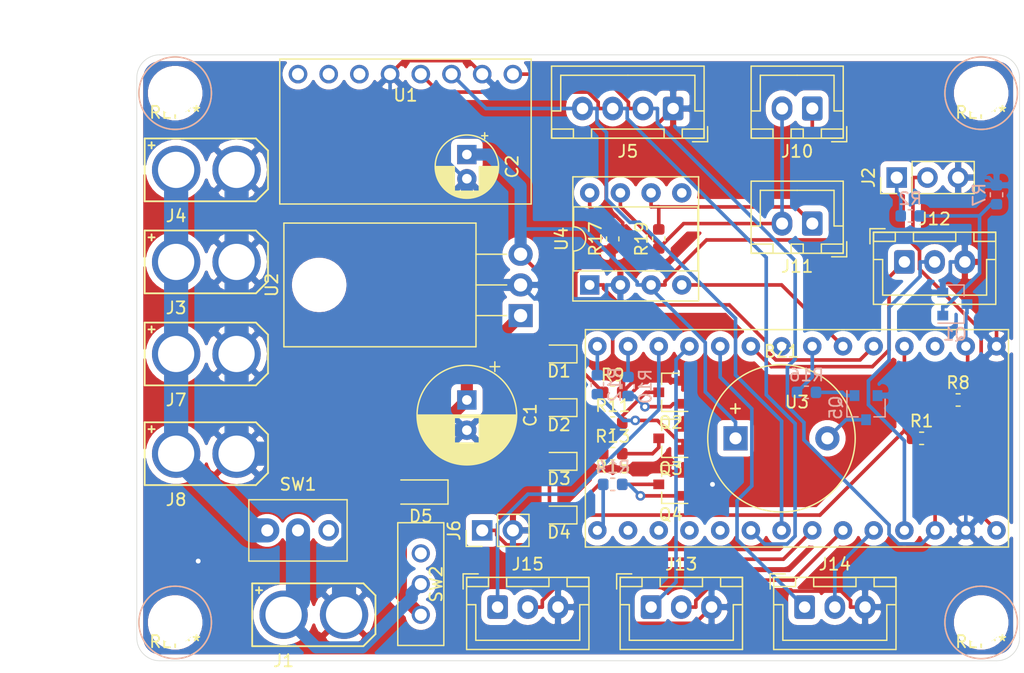
<source format=kicad_pcb>
(kicad_pcb (version 20171130) (host pcbnew "(5.1.2)-2")
  (layers (0 F.Cu signal) (31 B.Cu signal) (34 B.Paste user) (35 F.Paste user) (36 B.SilkS user) (37 F.SilkS user) (38 B.Mask user) (39 F.Mask user) (44 Edge.Cuts user))
  (net 0 "")
  (net 1 "Net-(BZ1-Pad2)")
  (net 2 +5V)
  (net 3 GND)
  (net 4 +BATT)
  (net 5 "Net-(D1-Pad1)")
  (net 6 "Net-(D2-Pad1)")
  (net 7 "Net-(D3-Pad1)")
  (net 8 "Net-(D4-Pad1)")
  (net 9 "Net-(J1-Pad1)")
  (net 10 "Net-(J2-Pad1)")
  (net 11 +3V3)
  (net 12 /scl)
  (net 13 /sda)
  (net 14 /user_sw)
  (net 15 /pwm1)
  (net 16 /pwm2)
  (net 17 /pwm3)
  (net 18 /pwm4)
  (net 19 /canH)
  (net 20 /canL)
  (net 21 /rx1)
  (net 22 "Net-(Q1-Pad1)")
  (net 23 "Net-(Q2-Pad3)")
  (net 24 "Net-(Q2-Pad1)")
  (net 25 "Net-(Q3-Pad3)")
  (net 26 "Net-(Q3-Pad1)")
  (net 27 "Net-(Q4-Pad3)")
  (net 28 "Net-(Q4-Pad1)")
  (net 29 "Net-(Q5-Pad1)")
  (net 30 /led1)
  (net 31 /led2)
  (net 32 /led3)
  (net 33 /buzzer)
  (net 34 "Net-(SW1-Pad1)")
  (net 35 /canrx)
  (net 36 /cantx)
  (net 37 /tx1)
  (net 38 "Net-(R17-Pad2)")
  (net 39 "Net-(U3-Pad16)")
  (net 40 "Net-(U3-Pad17)")
  (net 41 "Net-(U4-Pad5)")
  (net 42 "Net-(C1-Pad1)")
  (net 43 /dir1)
  (net 44 /dir3)
  (net 45 /dir2)
  (net 46 /dir4)
  (net 47 "Net-(SW2-Pad3)")
  (net 48 "Net-(U1-Pad6)")
  (net 49 "Net-(U1-Pad7)")
  (net 50 "Net-(U1-Pad8)")
  (net 51 "Net-(U3-Pad8)")
  (net 52 "Net-(U3-Pad19)")
  (net 53 "Net-(U3-Pad18)")
  (net 54 "Net-(D5-Pad2)")
  (module Yoshiko:hole (layer F.Cu) (at 27.305 97.155)
    (fp_text reference REF** (at 0 1.6) (layer F.SilkS))
    (fp_text value hole)
    (pad "" np_thru_hole circle (at 0 0) (size 3.5 3.5) (drill 3.5) (layers *.Cu *.Mask))
  )
  (module Yoshiko:hole (layer F.Cu) (at -39.37 97.155)
    (fp_text reference REF** (at 0 1.6) (layer F.SilkS))
    (fp_text value hole)
    (pad "" np_thru_hole circle (at 0 0) (size 3.5 3.5) (drill 3.5) (layers *.Cu *.Mask))
  )
  (module Yoshiko:hole (layer F.Cu) (at 27.305 53.34)
    (fp_text reference REF** (at 0 1.6) (layer F.SilkS))
    (fp_text value hole)
    (pad "" np_thru_hole circle (at 0 0) (size 3.5 3.5) (drill 3.5) (layers *.Cu *.Mask))
  )
  (module Yoshiko:hole (layer F.Cu) (at -39.37 53.34)
    (fp_text reference REF** (at 0 1.6) (layer F.SilkS))
    (fp_text value hole)
    (pad "" np_thru_hole circle (at 0 0) (size 3.5 3.5) (drill 3.5) (layers *.Cu *.Mask))
  )
  (module Buzzer_Beeper:Buzzer_12x9.5RM7.6 (layer F.Cu) (at 6.985 81.915)
    (fp_text reference BZ1 (at 3.8 -7.2) (layer F.SilkS))
    (fp_text value Buzzer)
    (fp_text user + (at -0.01 -2.54) (layer F.SilkS))
    (pad 1 thru_hole rect (at 0 0) (size 2 2) (drill 1) (layers *.Cu *.Mask) (net 2 +5V))
    (pad 2 thru_hole circle (at 7.6 0) (size 2 2) (drill 1) (layers *.Cu *.Mask) (net 1 "Net-(BZ1-Pad2)"))
  )
  (module Capacitor_THT:CP_Radial_D8.0mm_P2.50mm (layer F.Cu) (at -15.24 78.74 270)
    (fp_text reference C1 (at 1.25 -5.25 90) (layer F.SilkS))
    (fp_text value 220u)
    (pad 1 thru_hole rect (at 0 0 270) (size 1.6 1.6) (drill 0.8) (layers *.Cu *.Mask) (net 42 "Net-(C1-Pad1)"))
    (pad 2 thru_hole circle (at 2.5 0 270) (size 1.6 1.6) (drill 0.8) (layers *.Cu *.Mask) (net 3 GND))
  )
  (module Capacitor_THT:CP_Radial_D5.0mm_P2.00mm (layer F.Cu) (at -15.24 58.42 270)
    (fp_text reference C2 (at 1 -3.75 90) (layer F.SilkS))
    (fp_text value 100u)
    (pad 1 thru_hole rect (at 0 0 270) (size 1.6 1.6) (drill 0.8) (layers *.Cu *.Mask) (net 2 +5V))
    (pad 2 thru_hole circle (at 2 0 270) (size 1.6 1.6) (drill 0.8) (layers *.Cu *.Mask) (net 3 GND))
  )
  (module Yoshiko:xt30u-f (layer F.Cu) (at -30.4 96.52)
    (fp_text reference J1 (at 0 3.81) (layer F.SilkS))
    (fp_text value battery)
    (pad 1 thru_hole circle (at 0 0) (size 4 4) (drill 3) (layers *.Cu *.Mask) (net 9 "Net-(J1-Pad1)"))
    (pad 2 thru_hole circle (at 5 0) (size 4 4) (drill 3) (layers *.Cu *.Mask) (net 3 GND))
  )
  (module Yoshiko:xt30u-f (layer F.Cu) (at -39.29 67.31)
    (fp_text reference J3 (at 0 3.81) (layer F.SilkS))
    (fp_text value Conn_01x02)
    (pad 1 thru_hole circle (at 0 0) (size 4 4) (drill 3) (layers *.Cu *.Mask) (net 4 +BATT))
    (pad 2 thru_hole circle (at 5 0) (size 4 4) (drill 3) (layers *.Cu *.Mask) (net 3 GND))
  )
  (module Yoshiko:xt30u-f (layer F.Cu) (at -39.29 59.69)
    (fp_text reference J4 (at 0 3.81) (layer F.SilkS))
    (fp_text value Conn_01x02)
    (pad 2 thru_hole circle (at 5 0) (size 4 4) (drill 3) (layers *.Cu *.Mask) (net 3 GND))
    (pad 1 thru_hole circle (at 0 0) (size 4 4) (drill 3) (layers *.Cu *.Mask) (net 4 +BATT))
  )
  (module Connector_JST:JST_XH_B4B-XH-A_1x04_P2.50mm_Vertical (layer F.Cu) (at 1.825 54.61 180)
    (fp_text reference J5 (at 3.75 -3.55) (layer F.SilkS))
    (fp_text value i2c)
    (pad 1 thru_hole roundrect (at 0 0 180) (size 1.7 1.95) (drill 0.95) (layers *.Cu *.Mask) (roundrect_rratio 0.147059) (net 3 GND))
    (pad 2 thru_hole oval (at 2.5 0 180) (size 1.7 1.95) (drill 0.95) (layers *.Cu *.Mask) (net 11 +3V3))
    (pad 3 thru_hole oval (at 5 0 180) (size 1.7 1.95) (drill 0.95) (layers *.Cu *.Mask) (net 13 /sda))
    (pad 4 thru_hole oval (at 7.5 0 180) (size 1.7 1.95) (drill 0.95) (layers *.Cu *.Mask) (net 12 /scl))
  )
  (module Yoshiko:xt30u-f (layer F.Cu) (at -39.29 74.93)
    (fp_text reference J7 (at 0 3.81) (layer F.SilkS))
    (fp_text value Conn_01x02)
    (pad 1 thru_hole circle (at 0 0) (size 4 4) (drill 3) (layers *.Cu *.Mask) (net 4 +BATT))
    (pad 2 thru_hole circle (at 5 0) (size 4 4) (drill 3) (layers *.Cu *.Mask) (net 3 GND))
  )
  (module Yoshiko:xt30u-f (layer F.Cu) (at -39.29 83.185)
    (fp_text reference J8 (at 0 3.81) (layer F.SilkS))
    (fp_text value Conn_01x02)
    (pad 2 thru_hole circle (at 5 0) (size 4 4) (drill 3) (layers *.Cu *.Mask) (net 3 GND))
    (pad 1 thru_hole circle (at 0 0) (size 4 4) (drill 3) (layers *.Cu *.Mask) (net 4 +BATT))
  )
  (module Connector_JST:JST_XH_B3B-XH-A_1x03_P2.50mm_Vertical (layer F.Cu) (at 20.955 67.31)
    (fp_text reference J12 (at 2.5 -3.55) (layer F.SilkS))
    (fp_text value motor1)
    (pad 3 thru_hole oval (at 5 0) (size 1.7 1.95) (drill 0.95) (layers *.Cu *.Mask) (net 3 GND))
    (pad 2 thru_hole oval (at 2.5 0) (size 1.7 1.95) (drill 0.95) (layers *.Cu *.Mask) (net 15 /pwm1))
    (pad 1 thru_hole roundrect (at 0 0) (size 1.7 1.95) (drill 0.95) (layers *.Cu *.Mask) (roundrect_rratio 0.147059) (net 43 /dir1))
  )
  (module Connector_JST:JST_XH_B3B-XH-A_1x03_P2.50mm_Vertical (layer F.Cu) (at 0 95.885)
    (fp_text reference J13 (at 2.5 -3.55) (layer F.SilkS))
    (fp_text value motor3)
    (pad 1 thru_hole roundrect (at 0 0) (size 1.7 1.95) (drill 0.95) (layers *.Cu *.Mask) (roundrect_rratio 0.147059) (net 44 /dir3))
    (pad 2 thru_hole oval (at 2.5 0) (size 1.7 1.95) (drill 0.95) (layers *.Cu *.Mask) (net 17 /pwm3))
    (pad 3 thru_hole oval (at 5 0) (size 1.7 1.95) (drill 0.95) (layers *.Cu *.Mask) (net 3 GND))
  )
  (module Connector_JST:JST_XH_B3B-XH-A_1x03_P2.50mm_Vertical (layer F.Cu) (at 12.7 95.885)
    (fp_text reference J14 (at 2.5 -3.55) (layer F.SilkS))
    (fp_text value motor2)
    (pad 1 thru_hole roundrect (at 0 0) (size 1.7 1.95) (drill 0.95) (layers *.Cu *.Mask) (roundrect_rratio 0.147059) (net 45 /dir2))
    (pad 2 thru_hole oval (at 2.5 0) (size 1.7 1.95) (drill 0.95) (layers *.Cu *.Mask) (net 16 /pwm2))
    (pad 3 thru_hole oval (at 5 0) (size 1.7 1.95) (drill 0.95) (layers *.Cu *.Mask) (net 3 GND))
  )
  (module Connector_JST:JST_XH_B3B-XH-A_1x03_P2.50mm_Vertical (layer F.Cu) (at -12.7 95.885)
    (fp_text reference J15 (at 2.5 -3.55) (layer F.SilkS))
    (fp_text value motor4)
    (pad 3 thru_hole oval (at 5 0) (size 1.7 1.95) (drill 0.95) (layers *.Cu *.Mask) (net 3 GND))
    (pad 2 thru_hole oval (at 2.5 0) (size 1.7 1.95) (drill 0.95) (layers *.Cu *.Mask) (net 18 /pwm4))
    (pad 1 thru_hole roundrect (at 0 0) (size 1.7 1.95) (drill 0.95) (layers *.Cu *.Mask) (roundrect_rratio 0.147059) (net 46 /dir4))
  )
  (module Yoshiko:toggle (layer F.Cu) (at -29.21 89.535 180)
    (fp_text reference SW1 (at 0 3.81) (layer F.SilkS))
    (fp_text value SW_Push_SPDT)
    (pad 1 thru_hole circle (at -2.54 0 180) (size 1.7 1.7) (drill 1) (layers *.Cu *.Mask) (net 34 "Net-(SW1-Pad1)"))
    (pad 2 thru_hole circle (at 0 0 180) (size 1.7 1.7) (drill 1) (layers *.Cu *.Mask) (net 9 "Net-(J1-Pad1)"))
    (pad 3 thru_hole circle (at 2.54 0 180) (size 1.7 1.7) (drill 1) (layers *.Cu *.Mask) (net 4 +BATT))
  )
  (module Yoshiko:mini_sw (layer F.Cu) (at -19.05 93.98 90)
    (fp_text reference SW2 (at 0 1.27 90) (layer F.SilkS))
    (fp_text value SW_Push_SPDT)
    (pad 1 thru_hole circle (at -2.54 0 90) (size 1.5 1.5) (drill 1) (layers *.Cu *.Mask) (net 54 "Net-(D5-Pad2)"))
    (pad 2 thru_hole circle (at 0 0 90) (size 1.5 1.5) (drill 1) (layers *.Cu *.Mask) (net 9 "Net-(J1-Pad1)"))
    (pad 3 thru_hole circle (at 2.54 0 90) (size 1.5 1.5) (drill 1) (layers *.Cu *.Mask) (net 47 "Net-(SW2-Pad3)"))
  )
  (module Yoshiko:BNO055 (layer F.Cu) (at -20.32 56.515 180)
    (fp_text reference U1 (at 0 3) (layer F.SilkS))
    (fp_text value BNO055)
    (pad 1 thru_hole circle (at -8.89 4.75 180) (size 1.54 1.54) (drill 1) (layers *.Cu *.Mask) (net 11 +3V3))
    (pad 2 thru_hole circle (at -6.35 4.75 180) (size 1.54 1.54) (drill 1) (layers *.Cu *.Mask) (net 3 GND))
    (pad 3 thru_hole circle (at -3.81 4.75 180) (size 1.54 1.54) (drill 1) (layers *.Cu *.Mask) (net 12 /scl))
    (pad 4 thru_hole circle (at -1.27 4.75 180) (size 1.54 1.54) (drill 1) (layers *.Cu *.Mask) (net 13 /sda))
    (pad 5 thru_hole circle (at 1.27 4.75 180) (size 1.54 1.54) (drill 1) (layers *.Cu *.Mask) (net 3 GND))
    (pad 6 thru_hole circle (at 3.81 4.75 180) (size 1.54 1.54) (drill 1) (layers *.Cu *.Mask) (net 48 "Net-(U1-Pad6)"))
    (pad 7 thru_hole circle (at 6.35 4.75 180) (size 1.54 1.54) (drill 1) (layers *.Cu *.Mask) (net 49 "Net-(U1-Pad7)"))
    (pad 8 thru_hole circle (at 8.89 4.75 180) (size 1.54 1.54) (drill 1) (layers *.Cu *.Mask) (net 50 "Net-(U1-Pad8)"))
  )
  (module Package_TO_SOT_THT:TO-220-3_Horizontal_TabDown (layer F.Cu) (at -10.795 71.755 90)
    (fp_text reference U2 (at 2.54 -20.58 90) (layer F.SilkS))
    (fp_text value L7805)
    (pad "" np_thru_hole oval (at 2.54 -16.66 90) (size 3.5 3.5) (drill 3.5) (layers *.Cu *.Mask))
    (pad 1 thru_hole rect (at 0 0 90) (size 1.905 2) (drill 1.1) (layers *.Cu *.Mask) (net 42 "Net-(C1-Pad1)"))
    (pad 2 thru_hole oval (at 2.54 0 90) (size 1.905 2) (drill 1.1) (layers *.Cu *.Mask) (net 3 GND))
    (pad 3 thru_hole oval (at 5.08 0 90) (size 1.905 2) (drill 1.1) (layers *.Cu *.Mask) (net 2 +5V))
  )
  (module Yoshiko:teensy3.2 (layer F.Cu) (at 12.065 81.915 180)
    (fp_text reference U3 (at 0 3) (layer F.SilkS))
    (fp_text value teensy3.2)
    (pad 1 thru_hole circle (at -16.51 7.62 180) (size 1.524 1.524) (drill 0.762) (layers *.Cu *.Mask) (net 3 GND))
    (pad 2 thru_hole circle (at -13.97 7.62 180) (size 1.524 1.524) (drill 0.762) (layers *.Cu *.Mask) (net 21 /rx1))
    (pad 3 thru_hole circle (at -11.43 7.62 180) (size 1.524 1.524) (drill 0.762) (layers *.Cu *.Mask) (net 37 /tx1))
    (pad 4 thru_hole circle (at -8.89 7.62 180) (size 1.524 1.524) (drill 0.762) (layers *.Cu *.Mask) (net 14 /user_sw))
    (pad 5 thru_hole circle (at -6.35 7.62 180) (size 1.524 1.524) (drill 0.762) (layers *.Cu *.Mask) (net 36 /cantx))
    (pad 6 thru_hole circle (at -3.81 7.62 180) (size 1.524 1.524) (drill 0.762) (layers *.Cu *.Mask) (net 35 /canrx))
    (pad 7 thru_hole circle (at -1.27 7.62 180) (size 1.524 1.524) (drill 0.762) (layers *.Cu *.Mask) (net 33 /buzzer))
    (pad 8 thru_hole circle (at 1.27 7.62 180) (size 1.524 1.524) (drill 0.762) (layers *.Cu *.Mask) (net 51 "Net-(U3-Pad8)"))
    (pad 9 thru_hole circle (at 3.81 7.62 180) (size 1.524 1.524) (drill 0.762) (layers *.Cu *.Mask) (net 43 /dir1))
    (pad 10 thru_hole circle (at 6.35 7.62 180) (size 1.524 1.524) (drill 0.762) (layers *.Cu *.Mask) (net 45 /dir2))
    (pad 11 thru_hole circle (at 8.89 7.62 180) (size 1.524 1.524) (drill 0.762) (layers *.Cu *.Mask) (net 44 /dir3))
    (pad 12 thru_hole circle (at 11.43 7.62 180) (size 1.524 1.524) (drill 0.762) (layers *.Cu *.Mask) (net 46 /dir4))
    (pad 13 thru_hole circle (at 13.97 7.62 180) (size 1.524 1.524) (drill 0.762) (layers *.Cu *.Mask) (net 30 /led1))
    (pad 14 thru_hole circle (at 16.51 7.62 180) (size 1.524 1.524) (drill 0.762) (layers *.Cu *.Mask) (net 31 /led2))
    (pad 15 thru_hole circle (at 16.51 -7.62 180) (size 1.524 1.524) (drill 0.762) (layers *.Cu *.Mask) (net 32 /led3))
    (pad 16 thru_hole circle (at 13.97 -7.62 180) (size 1.524 1.524) (drill 0.762) (layers *.Cu *.Mask) (net 39 "Net-(U3-Pad16)"))
    (pad 17 thru_hole circle (at 11.43 -7.62 180) (size 1.524 1.524) (drill 0.762) (layers *.Cu *.Mask) (net 40 "Net-(U3-Pad17)"))
    (pad 18 thru_hole circle (at 8.89 -7.62 180) (size 1.524 1.524) (drill 0.762) (layers *.Cu *.Mask) (net 53 "Net-(U3-Pad18)"))
    (pad 19 thru_hole circle (at 6.35 -7.62 180) (size 1.524 1.524) (drill 0.762) (layers *.Cu *.Mask) (net 52 "Net-(U3-Pad19)"))
    (pad 20 thru_hole circle (at 3.81 -7.62 180) (size 1.524 1.524) (drill 0.762) (layers *.Cu *.Mask) (net 13 /sda))
    (pad 21 thru_hole circle (at 1.27 -7.62 180) (size 1.524 1.524) (drill 0.762) (layers *.Cu *.Mask) (net 12 /scl))
    (pad 22 thru_hole circle (at -1.27 -7.62 180) (size 1.524 1.524) (drill 0.762) (layers *.Cu *.Mask) (net 18 /pwm4))
    (pad 23 thru_hole circle (at -3.81 -7.62 180) (size 1.524 1.524) (drill 0.762) (layers *.Cu *.Mask) (net 17 /pwm3))
    (pad 24 thru_hole circle (at -6.35 -7.62 180) (size 1.524 1.524) (drill 0.762) (layers *.Cu *.Mask) (net 16 /pwm2))
    (pad 25 thru_hole circle (at -8.89 -7.62 180) (size 1.524 1.524) (drill 0.762) (layers *.Cu *.Mask) (net 15 /pwm1))
    (pad 26 thru_hole circle (at -11.43 -7.62 180) (size 1.524 1.524) (drill 0.762) (layers *.Cu *.Mask) (net 11 +3V3))
    (pad 27 thru_hole circle (at -13.97 -7.62 180) (size 1.524 1.524) (drill 0.762) (layers *.Cu *.Mask) (net 3 GND))
    (pad 28 thru_hole circle (at -16.51 -7.62 180) (size 1.524 1.524) (drill 0.762) (layers *.Cu *.Mask) (net 2 +5V))
  )
  (module Package_DIP:DIP-8_W7.62mm_Socket (layer F.Cu) (at -5.08 69.215 90)
    (fp_text reference U4 (at 3.81 -2.33 90) (layer F.SilkS))
    (fp_text value MCP2551-I-P)
    (pad 1 thru_hole rect (at 0 0 90) (size 1.6 1.6) (drill 0.8) (layers *.Cu *.Mask) (net 36 /cantx))
    (pad 5 thru_hole oval (at 7.62 7.62 90) (size 1.6 1.6) (drill 0.8) (layers *.Cu *.Mask) (net 41 "Net-(U4-Pad5)"))
    (pad 2 thru_hole oval (at 0 2.54 90) (size 1.6 1.6) (drill 0.8) (layers *.Cu *.Mask) (net 3 GND))
    (pad 6 thru_hole oval (at 7.62 5.08 90) (size 1.6 1.6) (drill 0.8) (layers *.Cu *.Mask) (net 20 /canL))
    (pad 3 thru_hole oval (at 0 5.08 90) (size 1.6 1.6) (drill 0.8) (layers *.Cu *.Mask) (net 2 +5V))
    (pad 7 thru_hole oval (at 7.62 2.54 90) (size 1.6 1.6) (drill 0.8) (layers *.Cu *.Mask) (net 19 /canH))
    (pad 4 thru_hole oval (at 0 7.62 90) (size 1.6 1.6) (drill 0.8) (layers *.Cu *.Mask) (net 35 /canrx))
    (pad 8 thru_hole oval (at 7.62 0 90) (size 1.6 1.6) (drill 0.8) (layers *.Cu *.Mask) (net 38 "Net-(R17-Pad2)"))
  )
  (module LED_SMD:LED_0603_1608Metric (layer F.Cu) (at -7.62 74.93 180)
    (fp_text reference D1 (at 0 -1.43) (layer F.SilkS))
    (fp_text value LED_power)
    (pad 1 smd roundrect (at -0.7875 0 180) (size 0.875 0.95) (layers F.Cu F.Paste F.Mask) (net 5 "Net-(D1-Pad1)"))
    (pad 2 smd roundrect (at 0.7875 0 180) (size 0.875 0.95) (layers F.Cu F.Paste F.Mask) (net 2 +5V))
  )
  (module LED_SMD:LED_0603_1608Metric (layer F.Cu) (at -7.62 79.375 180)
    (fp_text reference D2 (at 0 -1.43) (layer F.SilkS))
    (fp_text value LED1)
    (pad 2 smd roundrect (at 0.7875 0 180) (size 0.875 0.95) (layers F.Cu F.Paste F.Mask) (net 2 +5V))
    (pad 1 smd roundrect (at -0.7875 0 180) (size 0.875 0.95) (layers F.Cu F.Paste F.Mask) (net 6 "Net-(D2-Pad1)"))
  )
  (module LED_SMD:LED_0603_1608Metric (layer F.Cu) (at -7.62 83.82 180)
    (fp_text reference D3 (at 0 -1.43) (layer F.SilkS))
    (fp_text value LED2)
    (pad 2 smd roundrect (at 0.7875 0 180) (size 0.875 0.95) (layers F.Cu F.Paste F.Mask) (net 2 +5V))
    (pad 1 smd roundrect (at -0.7875 0 180) (size 0.875 0.95) (layers F.Cu F.Paste F.Mask) (net 7 "Net-(D3-Pad1)"))
  )
  (module LED_SMD:LED_0603_1608Metric (layer F.Cu) (at -7.62 88.265 180)
    (fp_text reference D4 (at 0 -1.43) (layer F.SilkS))
    (fp_text value LED3)
    (pad 1 smd roundrect (at -0.7875 0 180) (size 0.875 0.95) (layers F.Cu F.Paste F.Mask) (net 8 "Net-(D4-Pad1)"))
    (pad 2 smd roundrect (at 0.7875 0 180) (size 0.875 0.95) (layers F.Cu F.Paste F.Mask) (net 2 +5V))
  )
  (module Diode_SMD:D_SOD-123 (layer F.Cu) (at -19.05 86.36 180)
    (fp_text reference D5 (at 0 -2) (layer F.SilkS))
    (fp_text value 1N4148W)
    (pad 1 smd rect (at -1.65 0 180) (size 0.9 1.2) (layers F.Cu F.Paste F.Mask) (net 42 "Net-(C1-Pad1)"))
    (pad 2 smd rect (at 1.65 0 180) (size 0.9 1.2) (layers F.Cu F.Paste F.Mask) (net 54 "Net-(D5-Pad2)"))
  )
  (module Connector_PinHeader_2.54mm:PinHeader_1x02_P2.54mm_Vertical (layer F.Cu) (at -13.97 89.535 90)
    (fp_text reference J6 (at 0 -2.33 90) (layer F.SilkS))
    (fp_text value user_sw)
    (pad 1 thru_hole rect (at 0 0 90) (size 1.7 1.7) (drill 1) (layers *.Cu *.Mask) (net 14 /user_sw))
    (pad 2 thru_hole oval (at 0 2.54 90) (size 1.7 1.7) (drill 1) (layers *.Cu *.Mask) (net 3 GND))
  )
  (module Connector_JST:JST_XH_B2B-XH-A_1x02_P2.50mm_Vertical (layer F.Cu) (at 13.335 54.61 180)
    (fp_text reference J10 (at 1.25 -3.55) (layer F.SilkS))
    (fp_text value can1)
    (pad 1 thru_hole roundrect (at 0 0 180) (size 1.7 2) (drill 1) (layers *.Cu *.Mask) (roundrect_rratio 0.147059) (net 20 /canL))
    (pad 2 thru_hole oval (at 2.5 0 180) (size 1.7 2) (drill 1) (layers *.Cu *.Mask) (net 19 /canH))
  )
  (module Connector_JST:JST_XH_B2B-XH-A_1x02_P2.50mm_Vertical (layer F.Cu) (at 13.335 64.135 180)
    (fp_text reference J11 (at 1.25 -3.55) (layer F.SilkS))
    (fp_text value can2)
    (pad 2 thru_hole oval (at 2.5 0 180) (size 1.7 2) (drill 1) (layers *.Cu *.Mask) (net 19 /canH))
    (pad 1 thru_hole roundrect (at 0 0 180) (size 1.7 2) (drill 1) (layers *.Cu *.Mask) (roundrect_rratio 0.147059) (net 20 /canL))
  )
  (module Package_TO_SOT_SMD:SOT-23 (layer B.Cu) (at 25.13 70.8)
    (fp_text reference Q1 (at 0 2.5) (layer B.SilkS) (effects (justify mirror)))
    (fp_text value BSS138)
    (pad 3 smd rect (at 1 0) (size 0.9 0.8) (layers B.Cu B.Paste B.Mask) (net 21 /rx1))
    (pad 2 smd rect (at -1 -0.95) (size 0.9 0.8) (layers B.Cu B.Paste B.Mask) (net 3 GND))
    (pad 1 smd rect (at -1 0.95) (size 0.9 0.8) (layers B.Cu B.Paste B.Mask) (net 22 "Net-(Q1-Pad1)"))
  )
  (module Package_TO_SOT_SMD:SOT-23 (layer F.Cu) (at 1.635 78.105 180)
    (fp_text reference Q2 (at 0 -2.5) (layer F.SilkS))
    (fp_text value BSS138)
    (pad 1 smd rect (at -1 -0.95 180) (size 0.9 0.8) (layers F.Cu F.Paste F.Mask) (net 24 "Net-(Q2-Pad1)"))
    (pad 2 smd rect (at -1 0.95 180) (size 0.9 0.8) (layers F.Cu F.Paste F.Mask) (net 3 GND))
    (pad 3 smd rect (at 1 0 180) (size 0.9 0.8) (layers F.Cu F.Paste F.Mask) (net 23 "Net-(Q2-Pad3)"))
  )
  (module Package_TO_SOT_SMD:SOT-23 (layer F.Cu) (at 1.635 81.915 180)
    (fp_text reference Q3 (at 0 -2.5) (layer F.SilkS))
    (fp_text value BSS138)
    (pad 3 smd rect (at 1 0 180) (size 0.9 0.8) (layers F.Cu F.Paste F.Mask) (net 25 "Net-(Q3-Pad3)"))
    (pad 2 smd rect (at -1 0.95 180) (size 0.9 0.8) (layers F.Cu F.Paste F.Mask) (net 3 GND))
    (pad 1 smd rect (at -1 -0.95 180) (size 0.9 0.8) (layers F.Cu F.Paste F.Mask) (net 26 "Net-(Q3-Pad1)"))
  )
  (module Package_TO_SOT_SMD:SOT-23 (layer F.Cu) (at 1.635 85.725 180)
    (fp_text reference Q4 (at 0 -2.5) (layer F.SilkS))
    (fp_text value BSS138)
    (pad 1 smd rect (at -1 -0.95 180) (size 0.9 0.8) (layers F.Cu F.Paste F.Mask) (net 28 "Net-(Q4-Pad1)"))
    (pad 2 smd rect (at -1 0.95 180) (size 0.9 0.8) (layers F.Cu F.Paste F.Mask) (net 3 GND))
    (pad 3 smd rect (at 1 0 180) (size 0.9 0.8) (layers F.Cu F.Paste F.Mask) (net 27 "Net-(Q4-Pad3)"))
  )
  (module Package_TO_SOT_SMD:SOT-23 (layer B.Cu) (at 17.78 79.375 270)
    (fp_text reference Q5 (at 0 2.5 90) (layer B.SilkS) (effects (justify mirror)))
    (fp_text value BSS138)
    (pad 1 smd rect (at -1 0.95 270) (size 0.9 0.8) (layers B.Cu B.Paste B.Mask) (net 29 "Net-(Q5-Pad1)"))
    (pad 2 smd rect (at -1 -0.95 270) (size 0.9 0.8) (layers B.Cu B.Paste B.Mask) (net 3 GND))
    (pad 3 smd rect (at 1 0 270) (size 0.9 0.8) (layers B.Cu B.Paste B.Mask) (net 1 "Net-(BZ1-Pad2)"))
  )
  (module Resistor_SMD:R_0603_1608Metric (layer F.Cu) (at 22.3775 81.915)
    (fp_text reference R1 (at 0 -1.43) (layer F.SilkS))
    (fp_text value 10k)
    (pad 1 smd roundrect (at -0.7875 0) (size 0.875 0.95) (layers F.Cu F.Paste F.Mask) (net 14 /user_sw))
    (pad 2 smd roundrect (at 0.7875 0) (size 0.875 0.95) (layers F.Cu F.Paste F.Mask) (net 11 +3V3))
  )
  (module Resistor_SMD:R_0603_1608Metric (layer B.Cu) (at 21.4375 63.5 180)
    (fp_text reference R2 (at 0 1.43) (layer B.SilkS) (effects (justify mirror)))
    (fp_text value 1k)
    (pad 2 smd roundrect (at 0.7875 0 180) (size 0.875 0.95) (layers B.Cu B.Paste B.Mask) (net 10 "Net-(J2-Pad1)"))
    (pad 1 smd roundrect (at -0.7875 0 180) (size 0.875 0.95) (layers B.Cu B.Paste B.Mask) (net 22 "Net-(Q1-Pad1)"))
  )
  (module Resistor_SMD:R_0603_1608Metric (layer B.Cu) (at 28.575 61.7475 270)
    (fp_text reference R7 (at 0 1.43 90) (layer B.SilkS) (effects (justify mirror)))
    (fp_text value 10k)
    (pad 2 smd roundrect (at 0.7875 0 270) (size 0.875 0.95) (layers B.Cu B.Paste B.Mask) (net 22 "Net-(Q1-Pad1)"))
    (pad 1 smd roundrect (at -0.7875 0 270) (size 0.875 0.95) (layers B.Cu B.Paste B.Mask) (net 3 GND))
  )
  (module Resistor_SMD:R_0603_1608Metric (layer F.Cu) (at 25.4 78.74)
    (fp_text reference R8 (at 0 -1.43) (layer F.SilkS))
    (fp_text value 4k7)
    (pad 1 smd roundrect (at -0.7875 0) (size 0.875 0.95) (layers F.Cu F.Paste F.Mask) (net 11 +3V3))
    (pad 2 smd roundrect (at 0.7875 0) (size 0.875 0.95) (layers F.Cu F.Paste F.Mask) (net 21 /rx1))
  )
  (module Resistor_SMD:R_0603_1608Metric (layer F.Cu) (at -3.175 78.105)
    (fp_text reference R9 (at 0 -1.43) (layer F.SilkS))
    (fp_text value 100)
    (pad 2 smd roundrect (at 0.7875 0) (size 0.875 0.95) (layers F.Cu F.Paste F.Mask) (net 3 GND))
    (pad 1 smd roundrect (at -0.7875 0) (size 0.875 0.95) (layers F.Cu F.Paste F.Mask) (net 5 "Net-(D1-Pad1)"))
  )
  (module Resistor_SMD:R_0603_1608Metric (layer B.Cu) (at -1.905 77.6225 90)
    (fp_text reference R10 (at 0 1.43 270) (layer B.SilkS) (effects (justify mirror)))
    (fp_text value 1k)
    (pad 2 smd roundrect (at 0.7875 0 90) (size 0.875 0.95) (layers B.Cu B.Paste B.Mask) (net 30 /led1))
    (pad 1 smd roundrect (at -0.7875 0 90) (size 0.875 0.95) (layers B.Cu B.Paste B.Mask) (net 24 "Net-(Q2-Pad1)"))
  )
  (module Resistor_SMD:R_0603_1608Metric (layer F.Cu) (at -3.175 80.645)
    (fp_text reference R11 (at 0 -1.43) (layer F.SilkS))
    (fp_text value 100)
    (pad 1 smd roundrect (at -0.7875 0) (size 0.875 0.95) (layers F.Cu F.Paste F.Mask) (net 6 "Net-(D2-Pad1)"))
    (pad 2 smd roundrect (at 0.7875 0) (size 0.875 0.95) (layers F.Cu F.Paste F.Mask) (net 23 "Net-(Q2-Pad3)"))
  )
  (module Resistor_SMD:R_0603_1608Metric (layer B.Cu) (at -4.445 77.47 90)
    (fp_text reference R12 (at 0 1.43 90) (layer B.SilkS) (effects (justify mirror)))
    (fp_text value 1k)
    (pad 1 smd roundrect (at -0.7875 0 90) (size 0.875 0.95) (layers B.Cu B.Paste B.Mask) (net 26 "Net-(Q3-Pad1)"))
    (pad 2 smd roundrect (at 0.7875 0 90) (size 0.875 0.95) (layers B.Cu B.Paste B.Mask) (net 31 /led2))
  )
  (module Resistor_SMD:R_0603_1608Metric (layer F.Cu) (at -3.175 83.185)
    (fp_text reference R13 (at 0 -1.43) (layer F.SilkS))
    (fp_text value 100)
    (pad 2 smd roundrect (at 0.7875 0) (size 0.875 0.95) (layers F.Cu F.Paste F.Mask) (net 25 "Net-(Q3-Pad3)"))
    (pad 1 smd roundrect (at -0.7875 0) (size 0.875 0.95) (layers F.Cu F.Paste F.Mask) (net 7 "Net-(D3-Pad1)"))
  )
  (module Resistor_SMD:R_0603_1608Metric (layer B.Cu) (at -3.175 85.725 180)
    (fp_text reference R14 (at 0 1.43 180) (layer B.SilkS) (effects (justify mirror)))
    (fp_text value 1k)
    (pad 2 smd roundrect (at 0.7875 0 180) (size 0.875 0.95) (layers B.Cu B.Paste B.Mask) (net 32 /led3))
    (pad 1 smd roundrect (at -0.7875 0 180) (size 0.875 0.95) (layers B.Cu B.Paste B.Mask) (net 28 "Net-(Q4-Pad1)"))
  )
  (module Resistor_SMD:R_0603_1608Metric (layer F.Cu) (at -3.175 85.725)
    (fp_text reference R15 (at 0 -1.43) (layer F.SilkS))
    (fp_text value 100)
    (pad 1 smd roundrect (at -0.7875 0) (size 0.875 0.95) (layers F.Cu F.Paste F.Mask) (net 8 "Net-(D4-Pad1)"))
    (pad 2 smd roundrect (at 0.7875 0) (size 0.875 0.95) (layers F.Cu F.Paste F.Mask) (net 27 "Net-(Q4-Pad3)"))
  )
  (module Resistor_SMD:R_0603_1608Metric (layer B.Cu) (at 12.8525 78.105 180)
    (fp_text reference R16 (at 0 1.43) (layer B.SilkS) (effects (justify mirror)))
    (fp_text value 1k)
    (pad 1 smd roundrect (at -0.7875 0 180) (size 0.875 0.95) (layers B.Cu B.Paste B.Mask) (net 29 "Net-(Q5-Pad1)"))
    (pad 2 smd roundrect (at 0.7875 0 180) (size 0.875 0.95) (layers B.Cu B.Paste B.Mask) (net 33 /buzzer))
  )
  (module Resistor_SMD:R_0603_1608Metric (layer F.Cu) (at -3.175 65.405 90)
    (fp_text reference R17 (at 0 -1.43 90) (layer F.SilkS))
    (fp_text value 10k)
    (pad 1 smd roundrect (at -0.7875 0 90) (size 0.875 0.95) (layers F.Cu F.Paste F.Mask) (net 3 GND))
    (pad 2 smd roundrect (at 0.7875 0 90) (size 0.875 0.95) (layers F.Cu F.Paste F.Mask) (net 38 "Net-(R17-Pad2)"))
  )
  (module Resistor_SMD:R_0603_1608Metric (layer F.Cu) (at 0.635 65.405 90)
    (fp_text reference R19 (at 0 -1.43 90) (layer F.SilkS))
    (fp_text value 120)
    (pad 2 smd roundrect (at 0.7875 0 90) (size 0.875 0.95) (layers F.Cu F.Paste F.Mask) (net 20 /canL))
    (pad 1 smd roundrect (at -0.7875 0 90) (size 0.875 0.95) (layers F.Cu F.Paste F.Mask) (net 19 /canH))
  )
  (module Connector_PinHeader_2.54mm:PinHeader_1x03_P2.54mm_Vertical (layer F.Cu) (at 20.32 60.325 90)
    (fp_text reference J2 (at 0 -2.33 90) (layer F.SilkS))
    (fp_text value uart1_rx)
    (pad 1 thru_hole rect (at 0 0 90) (size 1.7 1.7) (drill 1) (layers *.Cu *.Mask) (net 10 "Net-(J2-Pad1)"))
    (pad 2 thru_hole oval (at 0 2.54 90) (size 1.7 1.7) (drill 1) (layers *.Cu *.Mask) (net 2 +5V))
    (pad 3 thru_hole oval (at 0 5.08 90) (size 1.7 1.7) (drill 1) (layers *.Cu *.Mask) (net 3 GND))
  )
  (gr_line (start -42.545 98.425) (end -42.545 52.07) (layer Edge.Cuts) (width 0.05))
  (gr_line (start 28.575 100.33) (end -40.64 100.33) (layer Edge.Cuts) (width 0.05))
  (gr_line (start 30.48 52.07) (end 30.48 98.425) (layer Edge.Cuts) (width 0.05))
  (gr_line (start -40.64 50.165) (end 28.575 50.165) (layer Edge.Cuts) (width 0.05))
  (gr_arc (start 28.575 52.07) (end 30.48 52.07) (angle -90) (layer Edge.Cuts) (width 0.05))
  (gr_arc (start 28.575 98.425) (end 28.575 100.33) (angle -90) (layer Edge.Cuts) (width 0.05))
  (gr_arc (start -40.64 98.425) (end -42.545 98.425) (angle -90) (layer Edge.Cuts) (width 0.05))
  (gr_arc (start -40.64 52.07) (end -40.64 50.165) (angle -90) (layer Edge.Cuts) (width 0.05))
  (segment (start 17.78 80.375) (end 16.125 80.375) (width 0.3) (layer B.Cu) (net 1))
  (segment (start 16.125 80.375) (end 14.585 81.915) (width 0.3) (layer B.Cu) (net 1))
  (segment (start -8.4075 83.82) (end -8.4075 88.265) (width 0.3) (layer F.Cu) (net 2))
  (segment (start -8.4075 79.375) (end -8.4075 83.82) (width 0.3) (layer F.Cu) (net 2))
  (segment (start -10.795 66.675) (end -8.4075 69.0625) (width 0.3) (layer F.Cu) (net 2))
  (segment (start -8.4075 69.0625) (end -8.4075 74.93) (width 0.3) (layer F.Cu) (net 2))
  (segment (start 6.985 81.915) (end 6.985 80.5647) (width 0.3) (layer B.Cu) (net 2))
  (segment (start -0.2875 69.215) (end 4.4837 73.9862) (width 0.3) (layer B.Cu) (net 2))
  (segment (start 4.4837 73.9862) (end 4.4837 78.0634) (width 0.3) (layer B.Cu) (net 2))
  (segment (start 4.4837 78.0634) (end 6.985 80.5647) (width 0.3) (layer B.Cu) (net 2))
  (segment (start -0.2875 69.215) (end -1.1503 69.215) (width 0.3) (layer B.Cu) (net 2))
  (segment (start 0 69.215) (end -0.2875 69.215) (width 0.3) (layer B.Cu) (net 2))
  (segment (start 21.3267 65.4911) (end 22.2055 66.3699) (width 0.3) (layer F.Cu) (net 2))
  (segment (start 22.2055 66.3699) (end 22.2055 67.9028) (width 0.3) (layer F.Cu) (net 2))
  (segment (start 22.2055 67.9028) (end 27.305 73.0023) (width 0.3) (layer F.Cu) (net 2))
  (segment (start 27.305 73.0023) (end 27.305 88.265) (width 0.3) (layer F.Cu) (net 2))
  (segment (start 27.305 88.265) (end 28.575 89.535) (width 0.3) (layer F.Cu) (net 2))
  (segment (start 1.1503 69.215) (end 1.1503 68.9273) (width 0.3) (layer F.Cu) (net 2))
  (segment (start 1.1503 68.9273) (end 4.5865 65.4911) (width 0.3) (layer F.Cu) (net 2))
  (segment (start 4.5865 65.4911) (end 21.3267 65.4911) (width 0.3) (layer F.Cu) (net 2))
  (segment (start 21.3267 65.4911) (end 21.6597 65.1581) (width 0.3) (layer F.Cu) (net 2))
  (segment (start 21.6597 65.1581) (end 21.6597 60.325) (width 0.3) (layer F.Cu) (net 2))
  (segment (start 22.86 60.325) (end 21.6597 60.325) (width 0.3) (layer F.Cu) (net 2))
  (segment (start 0 69.215) (end 1.1503 69.215) (width 0.3) (layer F.Cu) (net 2))
  (segment (start -8.4075 79.375) (end -8.4075 74.93) (width 0.3) (layer F.Cu) (net 2))
  (segment (start -10.795 64.585) (end -5.542 64.585) (width 0.3) (layer B.Cu) (net 2))
  (segment (start -5.542 64.585) (end -1.1503 68.9767) (width 0.3) (layer B.Cu) (net 2))
  (segment (start -1.1503 68.9767) (end -1.1503 69.215) (width 0.3) (layer B.Cu) (net 2))
  (segment (start -10.795 64.585) (end -10.795 61.065) (width 1) (layer B.Cu) (net 2))
  (segment (start -10.795 61.065) (end -13.44 58.42) (width 1) (layer B.Cu) (net 2))
  (segment (start -13.44 58.42) (end -15.24 58.42) (width 1) (layer B.Cu) (net 2))
  (segment (start -10.795 66.675) (end -10.795 64.585) (width 1) (layer B.Cu) (net 2))
  (segment (start -2.54 69.215) (end -3.6903 69.215) (width 0.3) (layer B.Cu) (net 3))
  (segment (start -10.795 69.215) (end -9.6446 70.3654) (width 0.3) (layer B.Cu) (net 3))
  (segment (start -9.6446 70.3654) (end -4.1114 70.3654) (width 0.3) (layer B.Cu) (net 3))
  (segment (start -4.1114 70.3654) (end -3.6903 69.9443) (width 0.3) (layer B.Cu) (net 3))
  (segment (start -3.6903 69.9443) (end -3.6903 69.215) (width 0.3) (layer B.Cu) (net 3))
  (segment (start -10.795 69.215) (end -12.795 69.215) (width 1) (layer B.Cu) (net 3))
  (segment (start 2.635 80.965) (end 2.635 80.2147) (width 0.3) (layer F.Cu) (net 3))
  (segment (start 2.635 77.155) (end 2.635 77.9053) (width 0.3) (layer F.Cu) (net 3))
  (segment (start 2.635 77.9053) (end 2.9164 77.9053) (width 0.3) (layer F.Cu) (net 3))
  (segment (start 2.9164 77.9053) (end 3.4354 78.4243) (width 0.3) (layer F.Cu) (net 3))
  (segment (start 3.4354 78.4243) (end 3.4354 79.6019) (width 0.3) (layer F.Cu) (net 3))
  (segment (start 3.4354 79.6019) (end 2.8226 80.2147) (width 0.3) (layer F.Cu) (net 3))
  (segment (start 2.8226 80.2147) (end 2.635 80.2147) (width 0.3) (layer F.Cu) (net 3))
  (segment (start -1.4375 77.155) (end 2.635 77.155) (width 0.3) (layer F.Cu) (net 3))
  (segment (start -2.3875 78.105) (end -1.4375 77.155) (width 0.3) (layer F.Cu) (net 3))
  (segment (start -1.4375 77.155) (end -3.175 75.4175) (width 0.3) (layer F.Cu) (net 3))
  (segment (start -3.175 75.4175) (end -3.175 73.5075) (width 0.3) (layer F.Cu) (net 3))
  (segment (start -3.175 73.5075) (end -6.2304 70.4521) (width 0.3) (layer F.Cu) (net 3))
  (segment (start -6.2304 70.4521) (end -6.2304 68.2107) (width 0.3) (layer F.Cu) (net 3))
  (segment (start -6.2304 68.2107) (end -5.4494 67.4297) (width 0.3) (layer F.Cu) (net 3))
  (segment (start -5.4494 67.4297) (end -3.175 67.4297) (width 0.3) (layer F.Cu) (net 3))
  (segment (start -3.175 67.4297) (end -2.54 68.0647) (width 0.3) (layer F.Cu) (net 3))
  (segment (start -3.175 66.1925) (end -3.175 67.4297) (width 0.3) (layer F.Cu) (net 3))
  (segment (start -15.24 81.24) (end -11.43 85.05) (width 0.3) (layer F.Cu) (net 3))
  (segment (start -11.43 85.05) (end -11.43 89.535) (width 0.3) (layer F.Cu) (net 3))
  (segment (start 2.635 84.775) (end 2.635 84.0247) (width 0.3) (layer F.Cu) (net 3))
  (segment (start 2.635 84.0247) (end 2.8226 84.0247) (width 0.3) (layer F.Cu) (net 3))
  (segment (start 2.8226 84.0247) (end 3.4787 83.3686) (width 0.3) (layer F.Cu) (net 3))
  (segment (start 3.4787 83.3686) (end 3.4787 81.8087) (width 0.3) (layer F.Cu) (net 3))
  (segment (start 3.4787 81.8087) (end 2.635 80.965) (width 0.3) (layer F.Cu) (net 3))
  (segment (start -3.175 66.1925) (end -2.3487 65.3662) (width 0.3) (layer F.Cu) (net 3))
  (segment (start -2.3487 65.3662) (end -2.3487 64.0748) (width 0.3) (layer F.Cu) (net 3))
  (segment (start -2.3487 64.0748) (end -3.7187 62.7048) (width 0.3) (layer F.Cu) (net 3))
  (segment (start -3.7187 62.7048) (end -3.7187 60.1537) (width 0.3) (layer F.Cu) (net 3))
  (segment (start -3.7187 60.1537) (end 1.825 54.61) (width 0.3) (layer F.Cu) (net 3))
  (segment (start -2.54 69.215) (end -2.54 68.0647) (width 0.3) (layer F.Cu) (net 3))
  (segment (start 25.4 60.325) (end 27.94 60.325) (width 0.3) (layer B.Cu) (net 3))
  (segment (start 27.94 60.325) (end 28.575 60.96) (width 0.3) (layer B.Cu) (net 3))
  (segment (start 26.035 78.375) (end 26.035 76.835) (width 0.3) (layer B.Cu) (net 3))
  (segment (start 26.035 76.835) (end 28.575 74.295) (width 0.3) (layer B.Cu) (net 3))
  (segment (start 26.035 89.535) (end 26.035 78.375) (width 0.3) (layer B.Cu) (net 3))
  (segment (start 26.035 78.375) (end 19.4803 78.375) (width 0.3) (layer B.Cu) (net 3))
  (segment (start 18.73 78.375) (end 19.4803 78.375) (width 0.3) (layer B.Cu) (net 3))
  (segment (start 17.7 95.885) (end 16.4997 95.885) (width 0.3) (layer F.Cu) (net 3))
  (segment (start 5 95.885) (end 6.2003 95.885) (width 0.3) (layer F.Cu) (net 3))
  (segment (start 6.2003 95.885) (end 7.5267 94.5586) (width 0.3) (layer F.Cu) (net 3))
  (segment (start 7.5267 94.5586) (end 15.7179 94.5586) (width 0.3) (layer F.Cu) (net 3))
  (segment (start 15.7179 94.5586) (end 16.4997 95.3404) (width 0.3) (layer F.Cu) (net 3))
  (segment (start 16.4997 95.3404) (end 16.4997 95.885) (width 0.3) (layer F.Cu) (net 3))
  (segment (start -6.4997 95.885) (end -5.1527 97.232) (width 0.3) (layer F.Cu) (net 3))
  (segment (start -5.1527 97.232) (end 3.653 97.232) (width 0.3) (layer F.Cu) (net 3))
  (segment (start 3.653 97.232) (end 5 95.885) (width 0.3) (layer F.Cu) (net 3))
  (segment (start -21.59 51.765) (end -20.4696 50.6446) (width 0.3) (layer F.Cu) (net 3))
  (segment (start -20.4696 50.6446) (end -15.0904 50.6446) (width 0.3) (layer F.Cu) (net 3))
  (segment (start -15.0904 50.6446) (end -13.97 51.765) (width 0.3) (layer F.Cu) (net 3))
  (segment (start -7.7 95.885) (end -6.4997 95.885) (width 0.3) (layer F.Cu) (net 3))
  (segment (start 26.035 89.535) (end 19.685 95.885) (width 0.3) (layer F.Cu) (net 3))
  (segment (start 19.685 95.885) (end 17.7 95.885) (width 0.3) (layer F.Cu) (net 3))
  (segment (start -21.59 51.765) (end -21.59 54.242) (width 0.3) (layer B.Cu) (net 3))
  (segment (start -21.59 54.242) (end -15.412 60.42) (width 0.3) (layer B.Cu) (net 3))
  (segment (start -15.412 60.42) (end -15.24 60.42) (width 0.3) (layer B.Cu) (net 3))
  (segment (start 25.955 67.31) (end 27.1553 67.31) (width 0.3) (layer F.Cu) (net 3))
  (segment (start 28.575 74.295) (end 28.575 68.7297) (width 0.3) (layer F.Cu) (net 3))
  (segment (start 28.575 68.7297) (end 27.1553 67.31) (width 0.3) (layer F.Cu) (net 3))
  (segment (start -15.24 81.24) (end -16.3714 81.24) (width 1) (layer B.Cu) (net 3))
  (segment (start -16.3714 81.24) (end -17.7307 82.5993) (width 1) (layer B.Cu) (net 3))
  (segment (start -11.43 89.535) (end -11.43 90.7353) (width 0.3) (layer B.Cu) (net 3))
  (segment (start -11.43 90.7353) (end -7.7 94.4653) (width 0.3) (layer B.Cu) (net 3))
  (segment (start -7.7 94.4653) (end -7.7 95.885) (width 0.3) (layer B.Cu) (net 3))
  (segment (start 25.955 67.31) (end 24.7547 67.31) (width 0.3) (layer B.Cu) (net 3))
  (segment (start 24.13 69.85) (end 24.13 69.0997) (width 0.3) (layer B.Cu) (net 3))
  (segment (start 24.13 69.0997) (end 24.7547 68.475) (width 0.3) (layer B.Cu) (net 3))
  (segment (start 24.7547 68.475) (end 24.7547 67.31) (width 0.3) (layer B.Cu) (net 3))
  (segment (start 25.4 60.325) (end 25.4 61.5253) (width 0.3) (layer F.Cu) (net 3))
  (segment (start 25.4 61.5253) (end 25.955 62.0803) (width 0.3) (layer F.Cu) (net 3))
  (segment (start 25.955 62.0803) (end 25.955 67.31) (width 0.3) (layer F.Cu) (net 3))
  (segment (start -34.29 67.31) (end -34.29 74.93) (width 2) (layer B.Cu) (net 3))
  (segment (start -34.29 59.69) (end -34.29 67.31) (width 2) (layer B.Cu) (net 3))
  (segment (start -17.7307 82.5993) (end -23.9224 88.791) (width 1) (layer B.Cu) (net 3))
  (segment (start -23.9224 88.791) (end -24.62 88.791) (width 1) (layer B.Cu) (net 3))
  (segment (start -34.29 74.93) (end -34.29 83.185) (width 2) (layer B.Cu) (net 3))
  (segment (start -25.12 91.019) (end -25.4 91.299) (width 2) (layer B.Cu) (net 3))
  (segment (start -25.4 91.299) (end -25.4 96.52) (width 2) (layer B.Cu) (net 3))
  (segment (start -24.62 88.791) (end -24.62 90.519) (width 2) (layer B.Cu) (net 3))
  (segment (start -24.62 90.519) (end -25.12 91.019) (width 2) (layer B.Cu) (net 3))
  (segment (start -25.12 91.019) (end -25.12 88.791) (width 1) (layer B.Cu) (net 3))
  (segment (start -30.726 83.185) (end -29.986 83.185) (width 2) (layer B.Cu) (net 3))
  (segment (start -29.986 83.185) (end -24.62 88.551) (width 2) (layer B.Cu) (net 3))
  (segment (start -24.62 88.551) (end -24.62 88.791) (width 2) (layer B.Cu) (net 3))
  (segment (start -24.62 88.791) (end -25.12 88.791) (width 1) (layer B.Cu) (net 3))
  (segment (start -31.4616 83.185) (end -30.726 83.185) (width 2) (layer B.Cu) (net 3))
  (segment (start -34.29 83.185) (end -31.4616 83.185) (width 2) (layer B.Cu) (net 3))
  (segment (start -15.24 60.42) (end -15.24 66.77) (width 1) (layer B.Cu) (net 3))
  (segment (start -15.24 66.77) (end -12.795 69.215) (width 1) (layer B.Cu) (net 3))
  (segment (start -12.795 69.215) (end -17.7307 74.1507) (width 1) (layer B.Cu) (net 3))
  (segment (start -17.7307 74.1507) (end -17.7307 82.5993) (width 1) (layer B.Cu) (net 3))
  (segment (start -25.4 96.52) (end -25.12 96.24) (width 1) (layer B.Cu) (net 3))
  (segment (start -25.12 96.24) (end -25.12 91.019) (width 1) (layer B.Cu) (net 3))
  (segment (start -25.12 88.791) (end -30.726 83.185) (width 1) (layer B.Cu) (net 3))
  (segment (start -30.726 83.185) (end -31.4616 83.185) (width 1) (layer B.Cu) (net 3))
  (segment (start -31.4616 83.185) (end -34.29 83.185) (width 1) (layer B.Cu) (net 3))
  (via (at -37.465 92.075) (size 0.8) (drill 0.4) (layers F.Cu B.Cu) (net 3))
  (via (at 5.08 85.725) (size 0.8) (drill 0.4) (layers F.Cu B.Cu) (net 3))
  (segment (start -39.29 67.31) (end -39.29 74.93) (width 2) (layer B.Cu) (net 4))
  (segment (start -39.29 59.69) (end -39.29 67.31) (width 2) (layer B.Cu) (net 4))
  (segment (start -39.29 74.93) (end -39.29 83.185) (width 2) (layer B.Cu) (net 4))
  (segment (start -39.29 83.185) (end -32.94 89.535) (width 2) (layer B.Cu) (net 4))
  (segment (start -32.94 89.535) (end -31.75 89.535) (width 2) (layer B.Cu) (net 4))
  (segment (start -3.9625 78.105) (end -6.8325 75.235) (width 0.3) (layer F.Cu) (net 5))
  (segment (start -6.8325 75.235) (end -6.8325 74.93) (width 0.3) (layer F.Cu) (net 5))
  (segment (start -3.9625 80.645) (end -5.5625 80.645) (width 0.3) (layer F.Cu) (net 6))
  (segment (start -5.5625 80.645) (end -6.8325 79.375) (width 0.3) (layer F.Cu) (net 6))
  (segment (start -3.9625 83.185) (end -6.1975 83.185) (width 0.3) (layer F.Cu) (net 7))
  (segment (start -6.1975 83.185) (end -6.8325 83.82) (width 0.3) (layer F.Cu) (net 7))
  (segment (start -3.9625 85.725) (end -4.2925 85.725) (width 0.3) (layer F.Cu) (net 8))
  (segment (start -4.2925 85.725) (end -6.8325 88.265) (width 0.3) (layer F.Cu) (net 8))
  (segment (start -29.21 89.535) (end -29.21 95.33) (width 2) (layer B.Cu) (net 9))
  (segment (start -29.21 95.33) (end -30.4 96.52) (width 2) (layer B.Cu) (net 9))
  (segment (start -30.4 96.52) (end -27.7 99.22) (width 1) (layer B.Cu) (net 9))
  (segment (start -27.7 99.22) (end -23.896 99.22) (width 1) (layer B.Cu) (net 9))
  (segment (start -23.896 99.22) (end -19.8 95.124) (width 1) (layer B.Cu) (net 9))
  (segment (start -19.8 95.124) (end -19.8 94.73) (width 1) (layer B.Cu) (net 9))
  (segment (start -19.8 94.73) (end -19.05 93.98) (width 1) (layer B.Cu) (net 9))
  (segment (start 20.32 60.325) (end 20.32 61.5253) (width 0.3) (layer B.Cu) (net 10))
  (segment (start 20.32 61.5253) (end 20.65 61.8553) (width 0.3) (layer B.Cu) (net 10))
  (segment (start 20.65 61.8553) (end 20.65 63.5) (width 0.3) (layer B.Cu) (net 10))
  (segment (start -0.675 54.61) (end -1.8753 54.61) (width 0.3) (layer F.Cu) (net 11))
  (segment (start -1.8753 54.61) (end -1.8753 54.0849) (width 0.3) (layer F.Cu) (net 11))
  (segment (start -1.8753 54.0849) (end -4.1952 51.765) (width 0.3) (layer F.Cu) (net 11))
  (segment (start -4.1952 51.765) (end -11.43 51.765) (width 0.3) (layer F.Cu) (net 11))
  (segment (start -0.675 54.61) (end 0.5253 54.61) (width 0.3) (layer B.Cu) (net 11))
  (segment (start 0.5253 54.61) (end 0.5253 55.8103) (width 0.3) (layer B.Cu) (net 11))
  (segment (start 0.5253 55.8103) (end 11.9183 67.2033) (width 0.3) (layer B.Cu) (net 11))
  (segment (start 11.9183 67.2033) (end 11.9183 75.358) (width 0.3) (layer B.Cu) (net 11))
  (segment (start 11.9183 75.358) (end 11.2763 76) (width 0.3) (layer B.Cu) (net 11))
  (segment (start 11.2763 76) (end 11.2763 79.2386) (width 0.3) (layer B.Cu) (net 11))
  (segment (start 11.2763 79.2386) (end 12.6468 80.6091) (width 0.3) (layer B.Cu) (net 11))
  (segment (start 12.6468 80.6091) (end 12.6468 82.0426) (width 0.3) (layer B.Cu) (net 11))
  (segment (start 12.6468 82.0426) (end 19.685 89.0808) (width 0.3) (layer B.Cu) (net 11))
  (segment (start 19.685 89.0808) (end 19.685 89.8557) (width 0.3) (layer B.Cu) (net 11))
  (segment (start 19.685 89.8557) (end 20.4857 90.6564) (width 0.3) (layer B.Cu) (net 11))
  (segment (start 20.4857 90.6564) (end 22.3736 90.6564) (width 0.3) (layer B.Cu) (net 11))
  (segment (start 22.3736 90.6564) (end 23.495 89.535) (width 0.3) (layer B.Cu) (net 11))
  (segment (start 23.165 81.915) (end 23.495 82.245) (width 0.3) (layer F.Cu) (net 11))
  (segment (start 23.495 82.245) (end 23.495 89.535) (width 0.3) (layer F.Cu) (net 11))
  (segment (start 24.6125 78.74) (end 23.165 80.1875) (width 0.3) (layer F.Cu) (net 11))
  (segment (start 23.165 80.1875) (end 23.165 81.915) (width 0.3) (layer F.Cu) (net 11))
  (segment (start 10.795 89.535) (end 10.795 80.4817) (width 0.3) (layer B.Cu) (net 12))
  (segment (start 10.795 80.4817) (end 6.985 76.6717) (width 0.3) (layer B.Cu) (net 12))
  (segment (start 6.985 76.6717) (end 6.985 71.9873) (width 0.3) (layer B.Cu) (net 12))
  (segment (start 6.985 71.9873) (end -0.9714 64.0309) (width 0.3) (layer B.Cu) (net 12))
  (segment (start -0.9714 64.0309) (end -1.7523 64.0309) (width 0.3) (layer B.Cu) (net 12))
  (segment (start -1.7523 64.0309) (end -3.6904 62.0928) (width 0.3) (layer B.Cu) (net 12))
  (segment (start -3.6904 62.0928) (end -3.6904 56.5946) (width 0.3) (layer B.Cu) (net 12))
  (segment (start -3.6904 56.5946) (end -4.4747 55.8103) (width 0.3) (layer B.Cu) (net 12))
  (segment (start -4.4747 55.8103) (end -4.4747 54.61) (width 0.3) (layer B.Cu) (net 12))
  (segment (start -16.51 51.765) (end -13.665 54.61) (width 0.3) (layer B.Cu) (net 12))
  (segment (start -13.665 54.61) (end -5.675 54.61) (width 0.3) (layer B.Cu) (net 12))
  (segment (start -5.675 54.61) (end -4.4747 54.61) (width 0.3) (layer B.Cu) (net 12))
  (segment (start -3.175 54.61) (end -4.3753 54.61) (width 0.3) (layer F.Cu) (net 13))
  (segment (start -4.3753 54.61) (end -4.3753 54.0849) (width 0.3) (layer F.Cu) (net 13))
  (segment (start -4.3753 54.0849) (end -5.2099 53.2503) (width 0.3) (layer F.Cu) (net 13))
  (segment (start -5.2099 53.2503) (end -17.5647 53.2503) (width 0.3) (layer F.Cu) (net 13))
  (segment (start -17.5647 53.2503) (end -19.05 51.765) (width 0.3) (layer F.Cu) (net 13))
  (segment (start -1.9747 54.61) (end -1.9747 55.4417) (width 0.3) (layer B.Cu) (net 13))
  (segment (start -1.9747 55.4417) (end 9.5249 66.9413) (width 0.3) (layer B.Cu) (net 13))
  (segment (start 9.5249 66.9413) (end 9.5249 78.3041) (width 0.3) (layer B.Cu) (net 13))
  (segment (start 9.5249 78.3041) (end 11.9125 80.6917) (width 0.3) (layer B.Cu) (net 13))
  (segment (start 11.9125 80.6917) (end 11.9125 90.0062) (width 0.3) (layer B.Cu) (net 13))
  (segment (start 11.9125 90.0062) (end 11.2516 90.6671) (width 0.3) (layer B.Cu) (net 13))
  (segment (start 11.2516 90.6671) (end 9.3871 90.6671) (width 0.3) (layer B.Cu) (net 13))
  (segment (start 9.3871 90.6671) (end 8.255 89.535) (width 0.3) (layer B.Cu) (net 13))
  (segment (start -3.175 54.61) (end -1.9747 54.61) (width 0.3) (layer B.Cu) (net 13))
  (segment (start 20.955 81.28) (end 20.955 74.295) (width 0.3) (layer F.Cu) (net 14))
  (segment (start 21.59 81.915) (end 20.955 81.28) (width 0.3) (layer F.Cu) (net 14))
  (segment (start 20.955 81.28) (end 13.9651 88.2699) (width 0.3) (layer F.Cu) (net 14))
  (segment (start 13.9651 88.2699) (end -5.2347 88.2699) (width 0.3) (layer F.Cu) (net 14))
  (segment (start -5.2347 88.2699) (end -7.7001 90.7353) (width 0.3) (layer F.Cu) (net 14))
  (segment (start -7.7001 90.7353) (end -11.9446 90.7353) (width 0.3) (layer F.Cu) (net 14))
  (segment (start -11.9446 90.7353) (end -12.7697 89.9102) (width 0.3) (layer F.Cu) (net 14))
  (segment (start -12.7697 89.9102) (end -12.7697 89.535) (width 0.3) (layer F.Cu) (net 14))
  (segment (start -13.97 89.535) (end -12.7697 89.535) (width 0.3) (layer F.Cu) (net 14))
  (segment (start 23.455 67.31) (end 22.2547 67.31) (width 0.3) (layer B.Cu) (net 15))
  (segment (start 20.955 89.535) (end 20.955 82.1123) (width 0.3) (layer B.Cu) (net 15))
  (segment (start 20.955 82.1123) (end 17.9796 79.1369) (width 0.3) (layer B.Cu) (net 15))
  (segment (start 17.9796 79.1369) (end 17.9796 77.1536) (width 0.3) (layer B.Cu) (net 15))
  (segment (start 17.9796 77.1536) (end 19.685 75.4482) (width 0.3) (layer B.Cu) (net 15))
  (segment (start 19.685 75.4482) (end 19.685 71.08) (width 0.3) (layer B.Cu) (net 15))
  (segment (start 19.685 71.08) (end 22.2547 68.5103) (width 0.3) (layer B.Cu) (net 15))
  (segment (start 22.2547 68.5103) (end 22.2547 67.31) (width 0.3) (layer B.Cu) (net 15))
  (segment (start 18.415 89.535) (end 15.2 92.75) (width 0.3) (layer B.Cu) (net 16))
  (segment (start 15.2 92.75) (end 15.2 95.885) (width 0.3) (layer B.Cu) (net 16))
  (segment (start 2.5 95.885) (end 3.7003 95.885) (width 0.3) (layer F.Cu) (net 17))
  (segment (start 15.875 89.535) (end 11.7594 93.6506) (width 0.3) (layer F.Cu) (net 17))
  (segment (start 11.7594 93.6506) (end 5.3901 93.6506) (width 0.3) (layer F.Cu) (net 17))
  (segment (start 5.3901 93.6506) (end 3.7003 95.3404) (width 0.3) (layer F.Cu) (net 17))
  (segment (start 3.7003 95.3404) (end 3.7003 95.885) (width 0.3) (layer F.Cu) (net 17))
  (segment (start -10.2 95.885) (end -8.9997 95.885) (width 0.3) (layer F.Cu) (net 18))
  (segment (start 13.335 89.535) (end 10.9503 91.9197) (width 0.3) (layer F.Cu) (net 18))
  (segment (start 10.9503 91.9197) (end -5.579 91.9197) (width 0.3) (layer F.Cu) (net 18))
  (segment (start -5.579 91.9197) (end -8.9997 95.3404) (width 0.3) (layer F.Cu) (net 18))
  (segment (start -8.9997 95.3404) (end -8.9997 95.885) (width 0.3) (layer F.Cu) (net 18))
  (segment (start 10.835 64.135) (end 10.835 54.61) (width 0.3) (layer B.Cu) (net 19))
  (segment (start -2.54 61.595) (end -2.54 62.7453) (width 0.3) (layer F.Cu) (net 19))
  (segment (start 0.7825 66.045) (end -2.5172 62.7453) (width 0.3) (layer F.Cu) (net 19))
  (segment (start -2.5172 62.7453) (end -2.54 62.7453) (width 0.3) (layer F.Cu) (net 19))
  (segment (start 0.7825 66.045) (end 0.635 66.1925) (width 0.3) (layer F.Cu) (net 19))
  (segment (start 10.835 64.135) (end 2.6925 64.135) (width 0.3) (layer F.Cu) (net 19))
  (segment (start 2.6925 64.135) (end 0.7825 66.045) (width 0.3) (layer F.Cu) (net 19))
  (segment (start 11.9568 62.7568) (end 13.335 61.3786) (width 0.3) (layer F.Cu) (net 20))
  (segment (start 13.335 61.3786) (end 13.335 54.61) (width 0.3) (layer F.Cu) (net 20))
  (segment (start 11.9568 62.7568) (end 13.335 64.135) (width 0.3) (layer F.Cu) (net 20))
  (segment (start 0.635 62.7568) (end 11.9568 62.7568) (width 0.3) (layer F.Cu) (net 20))
  (segment (start 0.635 62.7568) (end 0.6235 62.7453) (width 0.3) (layer F.Cu) (net 20))
  (segment (start 0.6235 62.7453) (end 0 62.7453) (width 0.3) (layer F.Cu) (net 20))
  (segment (start 0.635 64.6175) (end 0.635 62.7568) (width 0.3) (layer F.Cu) (net 20))
  (segment (start 0 61.595) (end 0 62.7453) (width 0.3) (layer F.Cu) (net 20))
  (segment (start 26.1875 78.74) (end 26.1875 74.4475) (width 0.3) (layer F.Cu) (net 21))
  (segment (start 26.1875 74.4475) (end 26.035 74.295) (width 0.3) (layer F.Cu) (net 21))
  (segment (start 26.13 70.8) (end 26.13 71.5503) (width 0.3) (layer B.Cu) (net 21))
  (segment (start 26.035 74.295) (end 26.035 71.6453) (width 0.3) (layer B.Cu) (net 21))
  (segment (start 26.035 71.6453) (end 26.13 71.5503) (width 0.3) (layer B.Cu) (net 21))
  (segment (start 27.1711 63.5) (end 22.225 63.5) (width 0.3) (layer B.Cu) (net 22))
  (segment (start 28.575 62.535) (end 28.1361 62.535) (width 0.3) (layer B.Cu) (net 22))
  (segment (start 28.1361 62.535) (end 27.1711 63.5) (width 0.3) (layer B.Cu) (net 22))
  (segment (start 27.1711 63.5) (end 27.1711 68.2412) (width 0.3) (layer B.Cu) (net 22))
  (segment (start 27.1711 68.2412) (end 24.4126 70.9997) (width 0.3) (layer B.Cu) (net 22))
  (segment (start 24.4126 70.9997) (end 24.13 70.9997) (width 0.3) (layer B.Cu) (net 22))
  (segment (start 24.13 71.75) (end 24.13 70.9997) (width 0.3) (layer B.Cu) (net 22))
  (segment (start -2.3875 80.645) (end -2.3875 80.0753) (width 0.3) (layer F.Cu) (net 23))
  (segment (start -2.3875 80.0753) (end -0.4173 78.1051) (width 0.3) (layer F.Cu) (net 23))
  (segment (start -0.4173 78.1051) (end -0.1653 78.1051) (width 0.3) (layer F.Cu) (net 23))
  (segment (start -0.1653 78.1051) (end -0.1653 78.105) (width 0.3) (layer F.Cu) (net 23))
  (segment (start 0.635 78.105) (end -0.1653 78.105) (width 0.3) (layer F.Cu) (net 23))
  (segment (start 1.8347 79.055) (end 1.5939 79.2958) (width 0.3) (layer F.Cu) (net 24))
  (segment (start 1.5939 79.2958) (end -0.5068 79.2958) (width 0.3) (layer F.Cu) (net 24))
  (segment (start -1.905 78.41) (end -1.3926 78.41) (width 0.3) (layer B.Cu) (net 24))
  (segment (start -1.3926 78.41) (end -0.5068 79.2958) (width 0.3) (layer B.Cu) (net 24))
  (segment (start 2.635 79.055) (end 1.8347 79.055) (width 0.3) (layer F.Cu) (net 24))
  (via (at -0.5068 79.2958) (size 0.8) (layers F.Cu B.Cu) (net 24))
  (segment (start 0.635 81.915) (end 0.635 82.6653) (width 0.3) (layer F.Cu) (net 25))
  (segment (start -2.3875 83.185) (end 0.1153 83.185) (width 0.3) (layer F.Cu) (net 25))
  (segment (start 0.1153 83.185) (end 0.635 82.6653) (width 0.3) (layer F.Cu) (net 25))
  (segment (start 2.635 82.1147) (end 2.2117 82.1147) (width 0.3) (layer F.Cu) (net 26))
  (segment (start 2.2117 82.1147) (end 0.5294 80.4324) (width 0.3) (layer F.Cu) (net 26))
  (segment (start 0.5294 80.4324) (end -1.3076 80.4324) (width 0.3) (layer F.Cu) (net 26))
  (segment (start -4.445 78.2575) (end -2.2701 80.4324) (width 0.3) (layer B.Cu) (net 26))
  (segment (start -2.2701 80.4324) (end -1.3076 80.4324) (width 0.3) (layer B.Cu) (net 26))
  (segment (start 2.635 82.865) (end 2.635 82.1147) (width 0.3) (layer F.Cu) (net 26))
  (via (at -1.3076 80.4324) (size 0.8) (layers F.Cu B.Cu) (net 26))
  (segment (start 0.635 85.725) (end -0.1653 85.725) (width 0.3) (layer F.Cu) (net 27))
  (segment (start -0.1653 85.725) (end -2.3875 85.725) (width 0.3) (layer F.Cu) (net 27))
  (segment (start 2.635 86.675) (end -0.8821 86.675) (width 0.3) (layer F.Cu) (net 28))
  (segment (start -2.3875 85.725) (end -1.8321 85.725) (width 0.3) (layer B.Cu) (net 28))
  (segment (start -1.8321 85.725) (end -0.8821 86.675) (width 0.3) (layer B.Cu) (net 28))
  (via (at -0.8821 86.675) (size 0.8) (layers F.Cu B.Cu) (net 28))
  (segment (start 16.83 78.375) (end 16.0797 78.375) (width 0.3) (layer B.Cu) (net 29))
  (segment (start 13.64 78.105) (end 15.8097 78.105) (width 0.3) (layer B.Cu) (net 29))
  (segment (start 15.8097 78.105) (end 16.0797 78.375) (width 0.3) (layer B.Cu) (net 29))
  (segment (start -1.905 76.835) (end -1.905 74.295) (width 0.3) (layer B.Cu) (net 30))
  (segment (start -4.445 76.6825) (end -4.445 74.295) (width 0.3) (layer B.Cu) (net 31))
  (segment (start -3.9625 85.725) (end -3.9625 89.0525) (width 0.3) (layer B.Cu) (net 32))
  (segment (start -3.9625 89.0525) (end -4.445 89.535) (width 0.3) (layer B.Cu) (net 32))
  (segment (start 12.065 78.105) (end 13.335 76.835) (width 0.3) (layer B.Cu) (net 33))
  (segment (start 13.335 76.835) (end 13.335 74.295) (width 0.3) (layer B.Cu) (net 33))
  (segment (start 2.54 69.215) (end 10.795 69.215) (width 0.3) (layer F.Cu) (net 35))
  (segment (start 10.795 69.215) (end 15.875 74.295) (width 0.3) (layer F.Cu) (net 35))
  (segment (start -3.9297 69.215) (end -3.9297 69.5027) (width 0.3) (layer F.Cu) (net 36))
  (segment (start -3.9297 69.5027) (end -2.5668 70.8656) (width 0.3) (layer F.Cu) (net 36))
  (segment (start -2.5668 70.8656) (end 6.4702 70.8656) (width 0.3) (layer F.Cu) (net 36))
  (segment (start 6.4702 70.8656) (end 9.525 73.9204) (width 0.3) (layer F.Cu) (net 36))
  (segment (start 9.525 73.9204) (end 9.525 74.6231) (width 0.3) (layer F.Cu) (net 36))
  (segment (start 9.525 74.6231) (end 10.3287 75.4268) (width 0.3) (layer F.Cu) (net 36))
  (segment (start 10.3287 75.4268) (end 17.2832 75.4268) (width 0.3) (layer F.Cu) (net 36))
  (segment (start 17.2832 75.4268) (end 18.415 74.295) (width 0.3) (layer F.Cu) (net 36))
  (segment (start -5.08 69.215) (end -3.9297 69.215) (width 0.3) (layer F.Cu) (net 36))
  (segment (start -5.08 61.595) (end -5.08 62.7453) (width 0.3) (layer F.Cu) (net 38))
  (segment (start -3.175 64.6175) (end -5.0472 62.7453) (width 0.3) (layer F.Cu) (net 38))
  (segment (start -5.0472 62.7453) (end -5.08 62.7453) (width 0.3) (layer F.Cu) (net 38))
  (segment (start -15.24 78.74) (end -15.24 76.2) (width 1) (layer F.Cu) (net 42))
  (segment (start -15.24 76.2) (end -10.795 71.755) (width 1) (layer F.Cu) (net 42))
  (segment (start -17.4 86.36) (end -17.4 80.9) (width 1) (layer F.Cu) (net 42))
  (segment (start -17.4 80.9) (end -15.24 78.74) (width 1) (layer F.Cu) (net 42))
  (segment (start 8.255 74.295) (end 9.9408 75.9808) (width 0.3) (layer F.Cu) (net 43))
  (segment (start 9.9408 75.9808) (end 18.3059 75.9808) (width 0.3) (layer F.Cu) (net 43))
  (segment (start 18.3059 75.9808) (end 19.685 74.6017) (width 0.3) (layer F.Cu) (net 43))
  (segment (start 19.685 74.6017) (end 19.685 68.58) (width 0.3) (layer F.Cu) (net 43))
  (segment (start 19.685 68.58) (end 20.955 67.31) (width 0.3) (layer F.Cu) (net 43))
  (segment (start 3.175 74.295) (end 2.0626 75.4074) (width 0.3) (layer B.Cu) (net 44))
  (segment (start 2.0626 75.4074) (end 2.0626 93.8224) (width 0.3) (layer B.Cu) (net 44))
  (segment (start 2.0626 93.8224) (end 0 95.885) (width 0.3) (layer B.Cu) (net 44))
  (segment (start 5.715 74.295) (end 5.715 76.8498) (width 0.3) (layer B.Cu) (net 45))
  (segment (start 5.715 76.8498) (end 8.3354 79.4702) (width 0.3) (layer B.Cu) (net 45))
  (segment (start 8.3354 79.4702) (end 8.3354 85.8474) (width 0.3) (layer B.Cu) (net 45))
  (segment (start 8.3354 85.8474) (end 7.1097 87.0731) (width 0.3) (layer B.Cu) (net 45))
  (segment (start 7.1097 87.0731) (end 7.1097 90.2947) (width 0.3) (layer B.Cu) (net 45))
  (segment (start 7.1097 90.2947) (end 12.7 95.885) (width 0.3) (layer B.Cu) (net 45))
  (segment (start -12.7 95.885) (end -12.7 89.0459) (width 0.3) (layer B.Cu) (net 46))
  (segment (start -12.7 89.0459) (end -10.192 86.5379) (width 0.3) (layer B.Cu) (net 46))
  (segment (start -10.192 86.5379) (end -6.3443 86.5379) (width 0.3) (layer B.Cu) (net 46))
  (segment (start -6.3443 86.5379) (end 0.635 79.5586) (width 0.3) (layer B.Cu) (net 46))
  (segment (start 0.635 79.5586) (end 0.635 74.295) (width 0.3) (layer B.Cu) (net 46))
  (segment (start -20.7 86.36) (end -20.7 94.87) (width 1) (layer F.Cu) (net 54))
  (segment (start -20.7 94.87) (end -19.05 96.52) (width 1) (layer F.Cu) (net 54))
  (zone (net 3) (net_name GND) (layer F.Cu) (connect_pads (clearance 0.508)) (min_thickness 0.254) (fill yes (arc_segments 32) (thermal_gap 0.508) (thermal_bridge_width 0.508))
    (polygon (pts (xy -42.545 50.165) (xy -42.545 100.33) (xy 30.48 100.33) (xy 30.48 50.165)))
  )
  (zone (net 3) (net_name GND) (layer B.Cu) (connect_pads (clearance 0.508)) (min_thickness 0.254) (fill yes (arc_segments 32) (thermal_gap 0.508) (thermal_bridge_width 0.508))
    (polygon (pts (xy -42.545 50.165) (xy -42.545 100.33) (xy 30.48 100.33) (xy 30.48 50.165)))
  )
)
</source>
